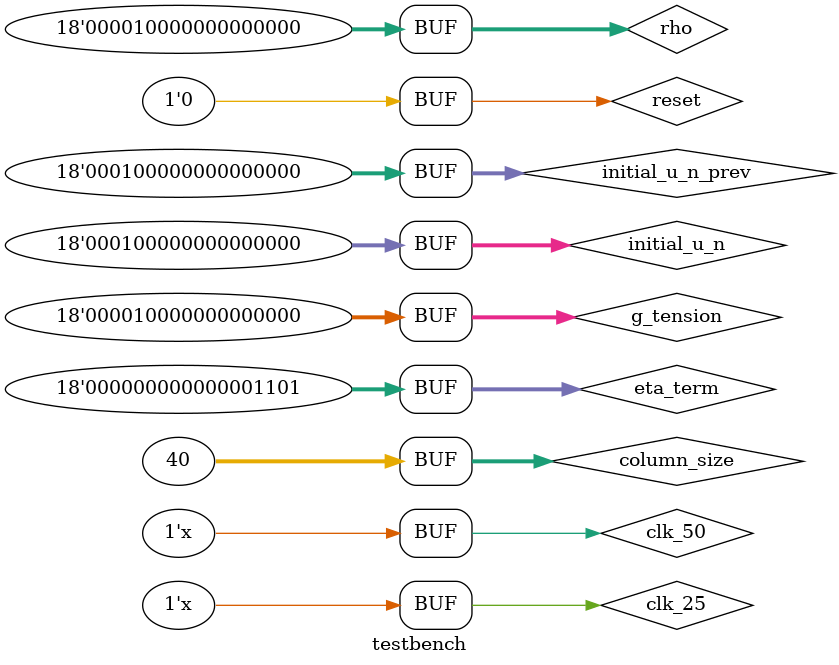
<source format=v>
`timescale 1ns/1ns
`include "/lab2_node_column.v"


module testbench();
	
	reg clk_50, clk_25, reset;
	
	reg          [31:0] index;

	reg  signed  [17:0]  initial_u_n;
	reg  signed  [17:0]  initial_u_n_prev;
	reg  signed  [17:0]  rho;
	reg  signed  [17:0]  g_tension;
	reg  signed  [17:0]  eta_term;

	wire signed  [17:0] out;
	
	wire signed	 [17:0] m10k_read_data;
	reg	 signed	 [17:0] m10k_data_buffer, m10k_write_data;
	reg	         [8:0]  m10k_read_addr, m10k_write_addr;
	reg 				m10k_write_en, m10k_read_en;
	
	wire signed	 [17:0] m10k_prev_read_data;
	reg	 signed	 [17:0] m10k_prev_data_buffer, m10k_prev_write_data;
	reg	         [8:0]  m10k_prev_read_addr, m10k_prev_write_addr;
	reg 				m10k_prev_write_en, m10k_prev_read_en;


	reg          [4:0]    state;
	reg          [4:0]    init_state;
	reg          [8:0]    init_addr ;
	reg 		          memory_init_en;
	reg			 [8:0]    column_idx;
	reg  signed  [17:0]   u_n_down_reg, u_n_reg, u_n_up_reg, u_n_prev_reg, u_n_bottom_reg;
	reg			 [31:0]   column_size;

	
	//Initialize constants
	initial begin
		initial_u_n      = 18'h04000;
		initial_u_n_prev = 18'h04000;
		rho              = 18'h02000;
		eta_term         = 18'h0000d;
		g_tension        = 18'h02000;
		
		state 			   = 5'd0;
		column_size        = 9'd40;
		memory_init_en 	   = 1'b1;
		init_addr 	 	   = 9'd0;
		m10k_write_en 	   = 1'b1;
		m10k_prev_write_en = 1'b1;
		column_idx 		   = 9'd1;
		u_n_down_reg	   = 18'h0;
		u_n_reg 		   = 18'h0; //TODO: Resolve hard coding (Maybe take parameter inputs)
		u_n_up_reg		   = 18'h0; //TODO: Resolve hard coding (Maybe take parameter inputs)
		u_n_prev_reg 	   = 18'h0; //TODO: Resolve hard coding (Maybe take parameter inputs)
		u_n_bottom_reg     = 18'h0; //TODO: Resolve hard coding (Maybe take parameter inputs)
	end

	
	//Initialize clocks and index
	initial begin
		clk_50 = 1'b0;
		clk_25 = 1'b0;
		index  = 32'd0;
		//testbench_out = 15'd0 ;
	end
	
	//Toggle the clocks
	always begin
		#10
		clk_50  = !clk_50;
	end
	
	always begin
		#20
		clk_25  = !clk_25;
	end
	
	//Intialize and drive signals
	initial begin
		reset  = 1'b0;
		#10 
		reset  = 1'b1;
		#30
		reset  = 1'b0;

	end
	
	//Increment index
	always @ (posedge clk_50) begin
		index  <= index + 32'd1;
	end
	

	
	
	always @ (posedge clk_50) begin //Memory init
		if(memory_init_en) begin
		
			m10k_write_en <= 1'b1;
			m10k_prev_write_en <= 1'b1;
			//[0..1ffff] [0..f]
			m10k_write_addr <= init_addr;
			
			m10k_prev_write_addr <= init_addr;
			
			if(init_addr == (column_size-9'b1)) begin
				m10k_prev_write_data <= 0;
				m10k_write_data <= 0; //TODO: Resolve hard coding for variable column lengths
			
				memory_init_en <= 1'b0;
				/* m10k_prev_write_en <= 1'b0;
				m10k_write_en <= 1'b0; */
			end
			else begin
				m10k_prev_write_data <= (init_addr < (column_size >> 1)) ? (init_addr * 18'h1111) : (((column_size-9'b1) - init_addr) * 18'h1111);
				m10k_write_data <= (init_addr < (column_size >> 1)) ? (init_addr * 18'h1111) : (((column_size-9'b1) - init_addr) *  18'h1111); //TODO: Resolve hard coding for variable column lengths
			
				init_addr <= init_addr + 9'b1;
			end
			
		end
	end
	
	/* always @ (posedge clk_50) begin
		if(~memory_init_en) begin
			if(state == 5'd0)begin
				m10k_read_en <= 1'b1;
				m10k_read_addr <= column_idx+9'b1;
				state <= 5'd1;
			end
			
			if(state == 5'd1)begin
				state <= 5'd2;
			end
			
			if(state == 5'd2)begin
				
				state <= 5'd3;
				column_idx <= (column_idx == (column_size-9'd2)) ? 9'b1 : (column_idx + 9'b1);
			end
			
			if(state == 5'd3)begin
				m10k_read_en <= 1'b0;
				state <= 5'd0;
			end
			
		end
	end */
	
	
	always @ (posedge clk_50) begin
		if(~memory_init_en) begin
			if(state == 5'd0)begin
			
				
				if (column_idx == 9'd2) u_n_bottom_reg <= out;
				m10k_write_en <= 1'b0;
				m10k_prev_write_en <= 1'b0;
				m10k_read_en <= 1'b1;
				m10k_prev_read_en <= 1'b1;
			
				m10k_read_addr <= column_idx+9'd1;
				m10k_prev_read_addr <= column_idx;
				

				state <= 5'd1;
			end
			
			if(state == 5'd1)begin
				state <= 5'd2;
			end
			
			if(state == 5'd2)begin
				m10k_write_en <= 1'b1;
				m10k_prev_write_en <= 1'b1;
				
				m10k_write_addr <= column_idx;
				m10k_prev_write_addr <= column_idx;
				
				
				m10k_prev_write_data <= (column_idx == 9'd1) ? (u_n_bottom_reg) : u_n_reg;
				
				m10k_write_data <= out;
				
				state <= 5'd3;
			end
			
			if(state == 5'd3)begin
/* 				m10k_write_en <= 1'b1;
				m10k_prev_write_en <= 1'b1; */
				u_n_prev_reg <= m10k_prev_read_data;
				u_n_up_reg <= m10k_read_data;
				u_n_down_reg <= u_n_reg;
				u_n_reg <= u_n_up_reg;
				
				
				
				state <= 5'd4;
				
			end
			
			if(state == 5'd4)begin
				
				/* u_n_reg <= u_n_up_reg; */
				m10k_read_en <= 1'b0;
				m10k_prev_read_en <= 1'b0;
				
				state <= 5'd0;
				if (column_idx == (column_size-9'd2)) begin
					column_idx <= 9'd1;
					//column_idx <= (column_idx == (column_size-9'd2)) ? 9'b1 : (column_idx + 9'b1);
					//u_n_reg <= u_n_bottom_reg;
					u_n_down_reg <= 0;
				end
				else column_idx <= (column_idx + 9'd1);
			end
		end
	end
	

	

	//Instantiation of Device Under Test

/*output reg signed [17:0] q,
	input signed [17:0] data,
	input [8:0] wraddress, rdaddress,
	input wren, rden, clock*/
M10K_512_18 u_n_m10k (
	.clock     (clk_50),
	.wren      (m10k_write_en),
	.q         (m10k_read_data),
	.data      (m10k_write_data),
	.wraddress (m10k_write_addr),
	.rdaddress (m10k_read_addr),
	.rden      (m10k_read_en)
);

M10K_512_18 u_n_prev_m10k (
	.clock     (clk_50),
	.wren      (m10k_prev_write_en),
	.q         (m10k_prev_read_data),
	.data      (m10k_prev_write_data),
	.wraddress (m10k_prev_write_addr),
	.rdaddress (m10k_prev_read_addr),
	.rden      (m10k_prev_read_en)
);

column_node calc_module (
	.out       (out),
	.rho       (rho),
	.g_tension (g_tension),
	.eta_term  (eta_term),
	.u_n       (u_n_reg),
	.u_n_prev  (u_n_prev_reg),
	.u_n_up    (u_n_up_reg),
	.u_n_down  (u_n_down_reg)
);


//single_node lab2_single (clk_50, reset, out, initial_u_n, initial_u_n_prev, rho, g_tension, eta_term, temp1_trace, temp2_trace);
	
endmodule

</source>
